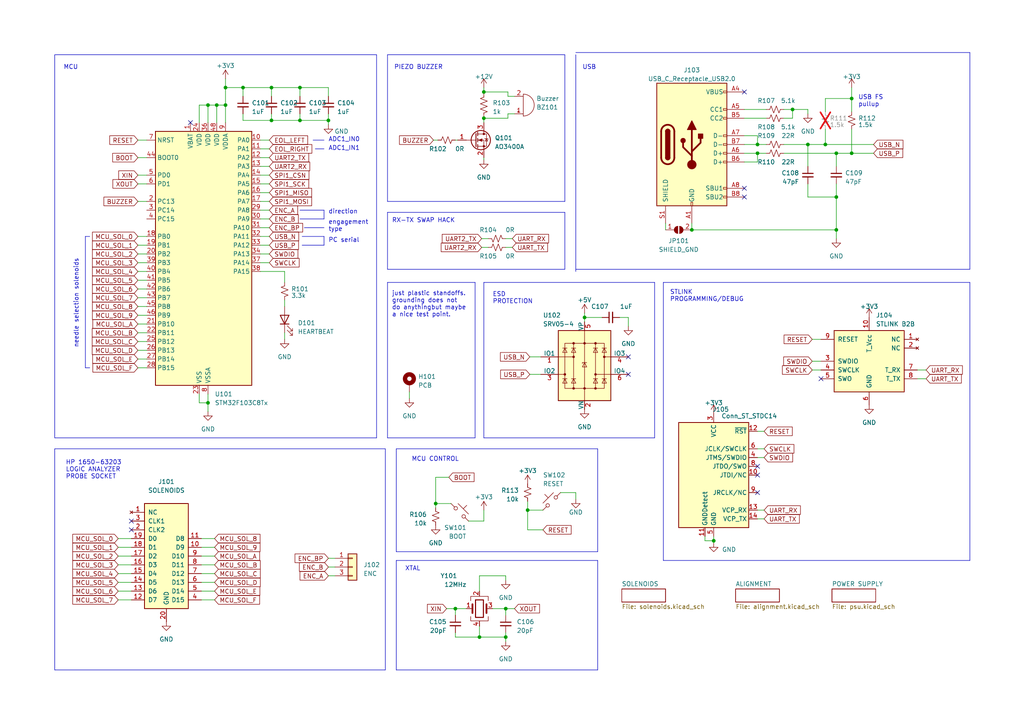
<source format=kicad_sch>
(kicad_sch (version 20230121) (generator eeschema)
  (paper "A4")
  (title_block (title "MCU & PERIPHERALS") (date "2023-04-16") (rev "1.0") (company "matei repair lab"))
  (junction (at 219.71 44.45))
  (junction (at 140.335 26.67))
  (junction (at 60.325 30.48))
  (junction (at 169.545 92.075))
  (junction (at 78.74 34.925))
  (junction (at 207.01 156.845))
  (junction (at 78.74 25.4))
  (junction (at 140.335 34.29))
  (junction (at 132.08 176.53))
  (junction (at 153.035 147.955))
  (junction (at 62.865 30.48))
  (junction (at 139.065 184.785))
  (junction (at 229.87 31.75))
  (junction (at 247.015 44.45))
  (junction (at 65.405 30.48))
  (junction (at 60.325 116.84))
  (junction (at 247.015 28.575))
  (junction (at 95.25 34.925))
  (junction (at 242.57 57.15))
  (junction (at 70.485 25.4))
  (junction (at 126.365 146.05))
  (junction (at 234.315 41.91))
  (junction (at 65.405 25.4))
  (junction (at 239.395 41.91))
  (junction (at 146.685 184.785))
  (junction (at 86.995 34.925))
  (junction (at 200.66 66.675))
  (junction (at 86.995 25.4))
  (junction (at 242.57 44.45))
  (junction (at 242.57 66.675))
  (junction (at 146.685 176.53))
  (junction (at 219.71 41.91))
  (no_connect (at 215.9 57.15))
  (no_connect (at 215.9 26.67))
  (no_connect (at 182.245 108.585))
  (no_connect (at 219.71 135.255))
  (no_connect (at 219.71 137.795))
  (no_connect (at 215.9 54.61))
  (no_connect (at 38.1 153.67))
  (no_connect (at 219.71 142.875))
  (no_connect (at 38.1 151.13))
  (no_connect (at 55.245 35.56))
  (no_connect (at 238.125 109.855))
  (no_connect (at 182.245 103.505))
  (wire (pts (xy 75.565 43.18) (xy 78.105 43.18)))
  (wire (pts (xy 34.29 171.45) (xy 38.1 171.45)))
  (wire (pts (xy 132.08 184.785) (xy 139.065 184.785)))
  (wire (pts (xy 118.745 113.665) (xy 118.745 115.57)))
  (wire (pts (xy 75.565 60.96) (xy 78.105 60.96)))
  (wire (pts (xy 40.005 104.14) (xy 42.545 104.14)))
  (polyline (pts (xy 24.765 68.58) (xy 24.765 106.68)))
  (wire (pts (xy 75.565 48.26) (xy 78.105 48.26)))
  (wire (pts (xy 70.485 25.4) (xy 78.74 25.4)))
  (wire (pts (xy 219.71 130.175) (xy 221.615 130.175)))
  (wire (pts (xy 219.71 46.99) (xy 219.71 44.45)))
  (wire (pts (xy 75.565 63.5) (xy 78.105 63.5)))
  (polyline (pts (xy 24.765 106.68) (xy 26.035 106.68)))
  (polyline (pts (xy 15.875 194.31) (xy 111.76 194.31)))
  (wire (pts (xy 78.74 33.02) (xy 78.74 34.925)))
  (wire (pts (xy 179.705 92.075) (xy 182.245 92.075)))
  (wire (pts (xy 153.035 153.67) (xy 153.035 147.955)))
  (wire (pts (xy 75.565 45.72) (xy 78.105 45.72)))
  (wire (pts (xy 139.065 171.45) (xy 139.065 167.005)))
  (wire (pts (xy 78.74 34.925) (xy 86.995 34.925)))
  (wire (pts (xy 167.005 142.875) (xy 167.005 144.78)))
  (polyline (pts (xy 114.935 160.02) (xy 173.355 160.02)))
  (wire (pts (xy 86.995 25.4) (xy 86.995 27.94)))
  (wire (pts (xy 247.015 44.45) (xy 253.365 44.45)))
  (wire (pts (xy 239.395 41.91) (xy 239.395 37.465)))
  (polyline (pts (xy 87.63 68.58) (xy 93.98 68.58)))
  (polyline (pts (xy 189.865 127) (xy 189.865 81.915)))
  (wire (pts (xy 40.005 78.74) (xy 42.545 78.74)))
  (wire (pts (xy 40.005 76.2) (xy 42.545 76.2)))
  (wire (pts (xy 65.405 25.4) (xy 70.485 25.4)))
  (wire (pts (xy 200.66 66.675) (xy 242.57 66.675)))
  (wire (pts (xy 235.585 104.775) (xy 238.125 104.775)))
  (polyline (pts (xy 93.98 60.96) (xy 93.98 63.5)))
  (wire (pts (xy 242.57 66.675) (xy 242.57 69.215)))
  (wire (pts (xy 75.565 53.34) (xy 78.105 53.34)))
  (wire (pts (xy 234.315 31.75) (xy 234.315 33.02)))
  (wire (pts (xy 75.565 68.58) (xy 78.105 68.58)))
  (wire (pts (xy 40.005 40.64) (xy 42.545 40.64)))
  (wire (pts (xy 132.08 183.515) (xy 132.08 184.785)))
  (polyline (pts (xy 140.335 127) (xy 189.865 127)))
  (wire (pts (xy 266.065 109.855) (xy 268.605 109.855)))
  (wire (pts (xy 40.005 88.9) (xy 42.545 88.9)))
  (wire (pts (xy 182.245 92.075) (xy 182.245 94.615)))
  (polyline (pts (xy 26.035 68.58) (xy 24.765 68.58)))
  (wire (pts (xy 204.47 156.845) (xy 207.01 156.845)))
  (wire (pts (xy 95.25 161.925) (xy 97.155 161.925)))
  (polyline (pts (xy 15.875 130.175) (xy 111.76 130.175)))
  (polyline (pts (xy 112.395 127) (xy 137.795 127)))
  (wire (pts (xy 219.71 150.495) (xy 221.615 150.495)))
  (wire (pts (xy 60.325 116.84) (xy 60.325 119.38)))
  (polyline (pts (xy 114.935 162.56) (xy 173.355 162.56)))
  (wire (pts (xy 142.875 176.53) (xy 146.685 176.53)))
  (polyline (pts (xy 91.44 43.18) (xy 93.98 43.18)))
  (polyline (pts (xy 167.005 15.875) (xy 167.005 78.74)))
  (wire (pts (xy 40.005 83.82) (xy 42.545 83.82)))
  (wire (pts (xy 242.57 53.34) (xy 242.57 57.15)))
  (wire (pts (xy 58.42 163.83) (xy 62.23 163.83)))
  (wire (pts (xy 125.73 40.64) (xy 127 40.64)))
  (polyline (pts (xy 167.005 78.105) (xy 281.305 78.105)))
  (wire (pts (xy 219.71 132.715) (xy 221.615 132.715)))
  (wire (pts (xy 129.54 176.53) (xy 132.08 176.53)))
  (wire (pts (xy 34.29 173.99) (xy 38.1 173.99)))
  (wire (pts (xy 82.55 86.995) (xy 82.55 88.9)))
  (wire (pts (xy 130.175 138.43) (xy 126.365 138.43)))
  (polyline (pts (xy 111.76 194.31) (xy 111.76 130.175)))
  (wire (pts (xy 86.995 25.4) (xy 95.25 25.4)))
  (wire (pts (xy 58.42 166.37) (xy 62.23 166.37)))
  (wire (pts (xy 162.56 142.875) (xy 167.005 142.875)))
  (polyline (pts (xy 163.83 58.42) (xy 163.83 15.875)))
  (polyline (pts (xy 281.305 78.105) (xy 281.305 15.24)))
  (polyline (pts (xy 87.63 71.12) (xy 93.98 71.12)))
  (wire (pts (xy 65.405 30.48) (xy 65.405 35.56)))
  (wire (pts (xy 227.33 34.29) (xy 229.87 34.29)))
  (wire (pts (xy 34.29 163.83) (xy 38.1 163.83)))
  (polyline (pts (xy 112.395 81.915) (xy 137.795 81.915)))
  (wire (pts (xy 58.42 171.45) (xy 62.23 171.45)))
  (wire (pts (xy 146.685 183.515) (xy 146.685 184.785)))
  (wire (pts (xy 215.9 41.91) (xy 219.71 41.91)))
  (wire (pts (xy 57.785 35.56) (xy 57.785 30.48)))
  (wire (pts (xy 219.71 44.45) (xy 222.25 44.45)))
  (wire (pts (xy 62.865 30.48) (xy 65.405 30.48)))
  (wire (pts (xy 60.325 114.3) (xy 60.325 116.84)))
  (wire (pts (xy 153.67 103.505) (xy 156.845 103.505)))
  (polyline (pts (xy 114.935 162.56) (xy 114.935 194.31)))
  (wire (pts (xy 266.065 107.315) (xy 268.605 107.315)))
  (wire (pts (xy 147.32 33.02) (xy 149.225 33.02)))
  (wire (pts (xy 139.065 167.005) (xy 146.685 167.005)))
  (polyline (pts (xy 112.395 81.915) (xy 112.395 127)))
  (polyline (pts (xy 93.98 68.58) (xy 93.98 71.12)))
  (wire (pts (xy 227.33 31.75) (xy 229.87 31.75)))
  (wire (pts (xy 34.29 158.75) (xy 38.1 158.75)))
  (wire (pts (xy 169.545 90.805) (xy 169.545 92.075)))
  (wire (pts (xy 153.035 147.955) (xy 157.48 147.955)))
  (wire (pts (xy 82.55 96.52) (xy 82.55 98.425)))
  (wire (pts (xy 75.565 76.2) (xy 78.105 76.2)))
  (wire (pts (xy 146.685 176.53) (xy 146.685 178.435)))
  (wire (pts (xy 40.005 68.58) (xy 42.545 68.58)))
  (wire (pts (xy 34.29 166.37) (xy 38.1 166.37)))
  (wire (pts (xy 75.565 73.66) (xy 78.105 73.66)))
  (polyline (pts (xy 114.935 194.31) (xy 173.355 194.31)))
  (wire (pts (xy 139.065 184.785) (xy 146.685 184.785)))
  (polyline (pts (xy 89.535 66.04) (xy 93.98 66.04)))
  (wire (pts (xy 75.565 40.64) (xy 78.105 40.64)))
  (wire (pts (xy 40.005 81.28) (xy 42.545 81.28)))
  (wire (pts (xy 40.005 50.8) (xy 42.545 50.8)))
  (wire (pts (xy 239.395 28.575) (xy 247.015 28.575)))
  (wire (pts (xy 57.785 30.48) (xy 60.325 30.48)))
  (wire (pts (xy 34.29 168.91) (xy 38.1 168.91)))
  (wire (pts (xy 135.89 151.13) (xy 140.335 151.13)))
  (wire (pts (xy 58.42 161.29) (xy 62.23 161.29)))
  (wire (pts (xy 70.485 33.02) (xy 70.485 34.925)))
  (polyline (pts (xy 140.335 81.915) (xy 140.335 127)))
  (polyline (pts (xy 167.005 15.24) (xy 281.305 15.24)))
  (wire (pts (xy 40.005 73.66) (xy 42.545 73.66)))
  (wire (pts (xy 219.71 125.095) (xy 221.615 125.095)))
  (wire (pts (xy 234.315 41.91) (xy 239.395 41.91)))
  (wire (pts (xy 207.01 155.575) (xy 207.01 156.845)))
  (wire (pts (xy 215.9 34.29) (xy 222.25 34.29)))
  (polyline (pts (xy 86.995 60.96) (xy 93.98 60.96)))
  (wire (pts (xy 215.9 39.37) (xy 219.71 39.37)))
  (wire (pts (xy 126.365 146.05) (xy 130.81 146.05)))
  (wire (pts (xy 140.335 34.29) (xy 147.32 34.29)))
  (wire (pts (xy 40.005 93.98) (xy 42.545 93.98)))
  (polyline (pts (xy 86.995 63.5) (xy 93.98 63.5)))
  (wire (pts (xy 95.25 167.005) (xy 97.155 167.005)))
  (wire (pts (xy 146.685 167.005) (xy 146.685 168.275)))
  (wire (pts (xy 153.67 108.585) (xy 156.845 108.585)))
  (wire (pts (xy 132.08 176.53) (xy 132.08 178.435)))
  (wire (pts (xy 215.9 46.99) (xy 219.71 46.99)))
  (wire (pts (xy 229.87 34.29) (xy 229.87 31.75)))
  (wire (pts (xy 147.32 27.94) (xy 147.32 26.67)))
  (wire (pts (xy 139.065 181.61) (xy 139.065 184.785)))
  (wire (pts (xy 126.365 138.43) (xy 126.365 146.05)))
  (wire (pts (xy 82.55 78.74) (xy 82.55 81.915)))
  (wire (pts (xy 58.42 168.91) (xy 62.23 168.91)))
  (wire (pts (xy 40.005 99.06) (xy 42.545 99.06)))
  (polyline (pts (xy 112.395 15.875) (xy 112.395 58.42)))
  (wire (pts (xy 95.25 164.465) (xy 97.155 164.465)))
  (polyline (pts (xy 114.935 130.175) (xy 173.355 130.175)))
  (wire (pts (xy 75.565 71.12) (xy 78.105 71.12)))
  (wire (pts (xy 40.005 106.68) (xy 42.545 106.68)))
  (wire (pts (xy 235.585 107.315) (xy 238.125 107.315)))
  (wire (pts (xy 70.485 34.925) (xy 78.74 34.925)))
  (wire (pts (xy 215.9 44.45) (xy 219.71 44.45)))
  (wire (pts (xy 140.335 46.355) (xy 140.335 45.72)))
  (wire (pts (xy 227.33 41.91) (xy 234.315 41.91)))
  (polyline (pts (xy 192.405 162.56) (xy 281.305 162.56)))
  (wire (pts (xy 242.57 44.45) (xy 242.57 48.26)))
  (wire (pts (xy 75.565 55.88) (xy 78.105 55.88)))
  (wire (pts (xy 58.42 158.75) (xy 62.23 158.75)))
  (polyline (pts (xy 109.22 127) (xy 109.22 15.875)))
  (wire (pts (xy 86.995 34.925) (xy 95.25 34.925)))
  (wire (pts (xy 153.035 145.415) (xy 153.035 147.955)))
  (wire (pts (xy 58.42 156.21) (xy 62.23 156.21)))
  (wire (pts (xy 234.315 57.15) (xy 242.57 57.15)))
  (wire (pts (xy 60.325 35.56) (xy 60.325 30.48)))
  (wire (pts (xy 70.485 25.4) (xy 70.485 27.94)))
  (polyline (pts (xy 137.795 127) (xy 137.795 81.915)))
  (wire (pts (xy 140.335 25.4) (xy 140.335 26.67)))
  (wire (pts (xy 58.42 173.99) (xy 62.23 173.99)))
  (wire (pts (xy 229.87 31.75) (xy 234.315 31.75)))
  (wire (pts (xy 40.005 91.44) (xy 42.545 91.44)))
  (wire (pts (xy 139.7 71.755) (xy 141.605 71.755)))
  (wire (pts (xy 146.685 69.215) (xy 148.59 69.215)))
  (wire (pts (xy 62.865 35.56) (xy 62.865 30.48)))
  (wire (pts (xy 132.08 40.64) (xy 132.715 40.64)))
  (wire (pts (xy 75.565 66.04) (xy 78.105 66.04)))
  (wire (pts (xy 193.04 64.77) (xy 193.04 66.675)))
  (polyline (pts (xy 112.395 61.595) (xy 163.83 61.595)))
  (wire (pts (xy 140.335 34.29) (xy 140.335 35.56)))
  (polyline (pts (xy 140.335 81.915) (xy 189.865 81.915)))
  (wire (pts (xy 219.71 147.955) (xy 221.615 147.955)))
  (wire (pts (xy 146.685 71.755) (xy 148.59 71.755)))
  (polyline (pts (xy 114.935 130.175) (xy 114.935 160.02)))
  (wire (pts (xy 65.405 25.4) (xy 65.405 30.48)))
  (wire (pts (xy 95.25 34.925) (xy 95.25 36.195)))
  (wire (pts (xy 219.71 39.37) (xy 219.71 41.91)))
  (polyline (pts (xy 173.355 160.02) (xy 173.355 130.175)))
  (polyline (pts (xy 15.875 127) (xy 109.22 127)))
  (wire (pts (xy 215.9 31.75) (xy 222.25 31.75)))
  (wire (pts (xy 34.29 161.29) (xy 38.1 161.29)))
  (wire (pts (xy 169.545 92.075) (xy 174.625 92.075)))
  (polyline (pts (xy 192.405 81.915) (xy 192.405 162.56)))
  (wire (pts (xy 139.7 69.215) (xy 141.605 69.215)))
  (wire (pts (xy 242.57 44.45) (xy 247.015 44.45)))
  (wire (pts (xy 86.995 33.02) (xy 86.995 34.925)))
  (wire (pts (xy 78.74 25.4) (xy 86.995 25.4)))
  (wire (pts (xy 78.74 25.4) (xy 78.74 27.94)))
  (wire (pts (xy 147.32 26.67) (xy 140.335 26.67)))
  (wire (pts (xy 95.25 25.4) (xy 95.25 27.94)))
  (wire (pts (xy 207.01 156.845) (xy 207.01 157.48)))
  (wire (pts (xy 65.405 22.86) (xy 65.405 25.4)))
  (wire (pts (xy 57.785 114.3) (xy 57.785 116.84)))
  (wire (pts (xy 147.32 27.94) (xy 149.225 27.94)))
  (polyline (pts (xy 163.83 78.105) (xy 163.83 61.595)))
  (polyline (pts (xy 112.395 58.42) (xy 163.83 58.42)))
  (wire (pts (xy 126.365 146.05) (xy 126.365 147.32)))
  (polyline (pts (xy 192.405 81.915) (xy 281.305 81.915)))
  (wire (pts (xy 57.785 116.84) (xy 60.325 116.84)))
  (polyline (pts (xy 88.265 66.04) (xy 89.535 66.04)))
  (polyline (pts (xy 112.395 61.595) (xy 112.395 78.105)))
  (wire (pts (xy 40.005 101.6) (xy 42.545 101.6)))
  (wire (pts (xy 235.585 98.425) (xy 238.125 98.425)))
  (wire (pts (xy 219.71 41.91) (xy 222.25 41.91)))
  (wire (pts (xy 227.33 44.45) (xy 242.57 44.45)))
  (wire (pts (xy 40.005 71.12) (xy 42.545 71.12)))
  (wire (pts (xy 247.015 25.4) (xy 247.015 28.575)))
  (polyline (pts (xy 112.395 78.105) (xy 163.83 78.105)))
  (wire (pts (xy 200.66 64.77) (xy 200.66 66.675)))
  (wire (pts (xy 140.335 151.13) (xy 140.335 147.955)))
  (wire (pts (xy 234.315 41.91) (xy 234.315 48.26)))
  (wire (pts (xy 40.005 53.34) (xy 42.545 53.34)))
  (polyline (pts (xy 112.395 15.875) (xy 163.83 15.875)))
  (polyline (pts (xy 15.875 15.875) (xy 109.22 15.875)))
  (polyline (pts (xy 15.875 130.175) (xy 15.875 194.31)))
  (wire (pts (xy 146.685 176.53) (xy 149.225 176.53)))
  (wire (pts (xy 242.57 57.15) (xy 242.57 66.675)))
  (wire (pts (xy 75.565 78.74) (xy 82.55 78.74)))
  (wire (pts (xy 234.315 53.34) (xy 234.315 57.15)))
  (wire (pts (xy 169.545 92.075) (xy 169.545 93.345)))
  (wire (pts (xy 146.685 184.785) (xy 146.685 186.055)))
  (wire (pts (xy 95.25 33.02) (xy 95.25 34.925)))
  (wire (pts (xy 40.005 45.72) (xy 42.545 45.72)))
  (wire (pts (xy 60.325 30.48) (xy 62.865 30.48)))
  (wire (pts (xy 40.005 96.52) (xy 42.545 96.52)))
  (wire (pts (xy 239.395 32.385) (xy 239.395 28.575)))
  (wire (pts (xy 135.255 176.53) (xy 132.08 176.53)))
  (polyline (pts (xy 281.305 162.56) (xy 281.305 81.915)))
  (wire (pts (xy 204.47 155.575) (xy 204.47 156.845)))
  (wire (pts (xy 247.015 37.465) (xy 247.015 44.45)))
  (wire (pts (xy 147.32 34.29) (xy 147.32 33.02)))
  (polyline (pts (xy 173.355 194.31) (xy 173.355 162.56)))
  (polyline (pts (xy 15.875 15.875) (xy 15.875 127)))
  (wire (pts (xy 157.48 153.67) (xy 153.035 153.67)))
  (wire (pts (xy 239.395 41.91) (xy 253.365 41.91)))
  (wire (pts (xy 40.005 58.42) (xy 42.545 58.42)))
  (wire (pts (xy 75.565 50.8) (xy 78.105 50.8)))
  (wire (pts (xy 40.005 86.36) (xy 42.545 86.36)))
  (wire (pts (xy 247.015 28.575) (xy 247.015 32.385)))
  (wire (pts (xy 34.29 156.21) (xy 38.1 156.21)))
  (polyline (pts (xy 90.805 40.64) (xy 93.98 40.64)))
  (wire (pts (xy 75.565 58.42) (xy 78.105 58.42)))
  (text "MCU CONTROL" (at 119.38 133.985 0) (effects (font (size 1.27 1.27)) (justify left bottom)))
  (text "direction" (at 95.25 62.23 0) (effects (font (size 1.27 1.27)) (justify left bottom)))
  (text "USB" (at 168.91 20.32 0) (effects (font (size 1.27 1.27)) (justify left bottom)))
  (text "PC serial" (at 95.25 70.485 0) (effects (font (size 1.27 1.27)) (justify left bottom)))
  (text "USB FS\npullup" (at 248.92 31.115 0) (effects (font (size 1.27 1.27)) (justify left bottom)))
  (text "ADC1_IN1" (at 95.25 43.815 0) (effects (font (size 1.27 1.27)) (justify left bottom)))
  (text "ESD\nPROTECTION" (at 142.875 88.265 0) (effects (font (size 1.27 1.27)) (justify left bottom)))
  (text "MCU" (at 18.415 20.32 0) (effects (font (size 1.27 1.27)) (justify left bottom)))
  (text "ADC1_IN0" (at 95.25 41.275 0) (effects (font (size 1.27 1.27)) (justify left bottom)))
  (text "RX-TX SWAP HACK" (at 113.665 64.77 0) (effects (font (size 1.27 1.27)) (justify left bottom)))
  (text "HP 1650-63203\nLOGIC ANALYZER\nPROBE SOCKET" (at 19.05 139.065 0) (effects (font (size 1.27 1.27)) (justify left bottom)))
  (text "PIEZO BUZZER" (at 114.3 20.32 0) (effects (font (size 1.27 1.27)) (justify left bottom)))
  (text "just plastic standoffs.\ngrounding does not \ndo anythingbut maybe \na nice test point." (at 113.665 92.075 0) (effects (font (size 1.27 1.27)) (justify left bottom)))
  (text "engagement\ntype\n" (at 95.25 67.31 0) (effects (font (size 1.27 1.27)) (justify left bottom)))
  (text "STLINK\nPROGRAMMING/DEBUG" (at 194.31 87.63 0) (effects (font (size 1.27 1.27)) (justify left bottom)))
  (text "needle selection solenoids" (at 22.86 100.965 90) (effects (font (size 1.27 1.27)) (justify left bottom)))
  (text "XTAL" (at 117.475 165.735 0) (effects (font (size 1.27 1.27)) (justify left bottom)))
  (global_label "MCU_SOL_4" (shape input) (at 40.005 78.74 180) (property "Intersheetrefs" "${INTERSHEET_REFS}" (effects hide)))
  (global_label "MCU_SOL_9" (shape input) (at 40.005 91.44 180) (property "Intersheetrefs" "${INTERSHEET_REFS}" (effects hide)))
  (global_label "UART2_RX" (shape input) (at 78.105 48.26 0) (property "Intersheetrefs" "${INTERSHEET_REFS}" (effects hide)))
  (global_label "SPI1_MOSI" (shape input) (at 78.105 58.42 0) (property "Intersheetrefs" "${INTERSHEET_REFS}" (effects hide)))
  (global_label "SPI1_CSN" (shape input) (at 78.105 50.8 0) (property "Intersheetrefs" "${INTERSHEET_REFS}" (effects hide)))
  (global_label "UART_RX" (shape input) (at 268.605 107.315 0) (property "Intersheetrefs" "${INTERSHEET_REFS}" (effects hide)))
  (global_label "MCU_SOL_2" (shape input) (at 40.005 73.66 180) (property "Intersheetrefs" "${INTERSHEET_REFS}" (effects hide)))
  (global_label "MCU_SOL_2" (shape input) (at 34.29 161.29 180) (property "Intersheetrefs" "${INTERSHEET_REFS}" (effects hide)))
  (global_label "MCU_SOL_7" (shape input) (at 40.005 86.36 180) (property "Intersheetrefs" "${INTERSHEET_REFS}" (effects hide)))
  (global_label "RESET" (shape input) (at 221.615 125.095 0) (property "Intersheetrefs" "${INTERSHEET_REFS}" (effects hide)))
  (global_label "UART2_TX" (shape input) (at 139.7 69.215 180) (property "Intersheetrefs" "${INTERSHEET_REFS}" (effects hide)))
  (global_label "RESET" (shape input) (at 235.585 98.425 180) (property "Intersheetrefs" "${INTERSHEET_REFS}" (effects hide)))
  (global_label "XOUT" (shape input) (at 149.225 176.53 0) (property "Intersheetrefs" "${INTERSHEET_REFS}" (effects hide)))
  (global_label "MCU_SOL_B" (shape input) (at 62.23 163.83 0) (property "Intersheetrefs" "${INTERSHEET_REFS}" (effects hide)))
  (global_label "SWDIO" (shape input) (at 78.105 73.66 0) (property "Intersheetrefs" "${INTERSHEET_REFS}" (effects hide)))
  (global_label "ENC_B" (shape input) (at 95.25 164.465 180) (property "Intersheetrefs" "${INTERSHEET_REFS}" (effects hide)))
  (global_label "ENC_BP" (shape input) (at 78.105 66.04 0) (property "Intersheetrefs" "${INTERSHEET_REFS}" (effects hide)))
  (global_label "BUZZER" (shape input) (at 125.73 40.64 180) (property "Intersheetrefs" "${INTERSHEET_REFS}" (effects hide)))
  (global_label "MCU_SOL_0" (shape input) (at 40.005 68.58 180) (property "Intersheetrefs" "${INTERSHEET_REFS}" (effects hide)))
  (global_label "XIN" (shape input) (at 129.54 176.53 180) (property "Intersheetrefs" "${INTERSHEET_REFS}" (effects hide)))
  (global_label "MCU_SOL_8" (shape input) (at 40.005 88.9 180) (property "Intersheetrefs" "${INTERSHEET_REFS}" (effects hide)))
  (global_label "MCU_SOL_6" (shape input) (at 34.29 171.45 180) (property "Intersheetrefs" "${INTERSHEET_REFS}" (effects hide)))
  (global_label "MCU_SOL_1" (shape input) (at 34.29 158.75 180) (property "Intersheetrefs" "${INTERSHEET_REFS}" (effects hide)))
  (global_label "RESET" (shape input) (at 157.48 153.67 0) (property "Intersheetrefs" "${INTERSHEET_REFS}" (effects hide)))
  (global_label "UART_TX" (shape input) (at 268.605 109.855 0) (property "Intersheetrefs" "${INTERSHEET_REFS}" (effects hide)))
  (global_label "USB_P" (shape input) (at 253.365 44.45 0) (property "Intersheetrefs" "${INTERSHEET_REFS}" (effects hide)))
  (global_label "BOOT" (shape input) (at 130.175 138.43 0) (property "Intersheetrefs" "${INTERSHEET_REFS}" (effects hide)))
  (global_label "UART2_RX" (shape input) (at 139.7 71.755 180) (property "Intersheetrefs" "${INTERSHEET_REFS}" (effects hide)))
  (global_label "MCU_SOL_5" (shape input) (at 34.29 168.91 180) (property "Intersheetrefs" "${INTERSHEET_REFS}" (effects hide)))
  (global_label "MCU_SOL_9" (shape input) (at 62.23 158.75 0) (property "Intersheetrefs" "${INTERSHEET_REFS}" (effects hide)))
  (global_label "MCU_SOL_E" (shape input) (at 62.23 171.45 0) (property "Intersheetrefs" "${INTERSHEET_REFS}" (effects hide)))
  (global_label "MCU_SOL_A" (shape input) (at 40.005 93.98 180) (property "Intersheetrefs" "${INTERSHEET_REFS}" (effects hide)))
  (global_label "MCU_SOL_3" (shape input) (at 40.005 76.2 180) (property "Intersheetrefs" "${INTERSHEET_REFS}" (effects hide)))
  (global_label "ENC_BP" (shape input) (at 95.25 161.925 180) (property "Intersheetrefs" "${INTERSHEET_REFS}" (effects hide)))
  (global_label "USB_P" (shape input) (at 153.67 108.585 180) (property "Intersheetrefs" "${INTERSHEET_REFS}" (effects hide)))
  (global_label "MCU_SOL_8" (shape input) (at 62.23 156.21 0) (property "Intersheetrefs" "${INTERSHEET_REFS}" (effects hide)))
  (global_label "MCU_SOL_C" (shape input) (at 62.23 166.37 0) (property "Intersheetrefs" "${INTERSHEET_REFS}" (effects hide)))
  (global_label "SPI1_SCK" (shape input) (at 78.105 53.34 0) (property "Intersheetrefs" "${INTERSHEET_REFS}" (effects hide)))
  (global_label "USB_N" (shape input) (at 78.105 68.58 0) (property "Intersheetrefs" "${INTERSHEET_REFS}" (effects hide)))
  (global_label "BUZZER" (shape input) (at 40.005 58.42 180) (property "Intersheetrefs" "${INTERSHEET_REFS}" (effects hide)))
  (global_label "UART2_TX" (shape input) (at 78.105 45.72 0) (property "Intersheetrefs" "${INTERSHEET_REFS}" (effects hide)))
  (global_label "UART_RX" (shape input) (at 148.59 69.215 0) (property "Intersheetrefs" "${INTERSHEET_REFS}" (effects hide)))
  (global_label "MCU_SOL_5" (shape input) (at 40.005 81.28 180) (property "Intersheetrefs" "${INTERSHEET_REFS}" (effects hide)))
  (global_label "USB_P" (shape input) (at 78.105 71.12 0) (property "Intersheetrefs" "${INTERSHEET_REFS}" (effects hide)))
  (global_label "MCU_SOL_D" (shape input) (at 40.005 101.6 180) (property "Intersheetrefs" "${INTERSHEET_REFS}" (effects hide)))
  (global_label "MCU_SOL_3" (shape input) (at 34.29 163.83 180) (property "Intersheetrefs" "${INTERSHEET_REFS}" (effects hide)))
  (global_label "MCU_SOL_1" (shape input) (at 40.005 71.12 180) (property "Intersheetrefs" "${INTERSHEET_REFS}" (effects hide)))
  (global_label "USB_N" (shape input) (at 153.67 103.505 180) (property "Intersheetrefs" "${INTERSHEET_REFS}" (effects hide)))
  (global_label "EOL_RIGHT" (shape input) (at 78.105 43.18 0) (property "Intersheetrefs" "${INTERSHEET_REFS}" (effects hide)))
  (global_label "BOOT" (shape input) (at 40.005 45.72 180) (property "Intersheetrefs" "${INTERSHEET_REFS}" (effects hide)))
  (global_label "XIN" (shape input) (at 40.005 50.8 180) (property "Intersheetrefs" "${INTERSHEET_REFS}" (effects hide)))
  (global_label "MCU_SOL_E" (shape input) (at 40.005 104.14 180) (property "Intersheetrefs" "${INTERSHEET_REFS}" (effects hide)))
  (global_label "SWCLK" (shape input) (at 221.615 130.175 0) (property "Intersheetrefs" "${INTERSHEET_REFS}" (effects hide)))
  (global_label "MCU_SOL_F" (shape input) (at 40.005 106.68 180) (property "Intersheetrefs" "${INTERSHEET_REFS}" (effects hide)))
  (global_label "MCU_SOL_0" (shape input) (at 34.29 156.21 180) (property "Intersheetrefs" "${INTERSHEET_REFS}" (effects hide)))
  (global_label "ENC_A" (shape input) (at 78.105 60.96 0) (property "Intersheetrefs" "${INTERSHEET_REFS}" (effects hide)))
  (global_label "MCU_SOL_7" (shape input) (at 34.29 173.99 180) (property "Intersheetrefs" "${INTERSHEET_REFS}" (effects hide)))
  (global_label "UART_TX" (shape input) (at 221.615 150.495 0) (property "Intersheetrefs" "${INTERSHEET_REFS}" (effects hide)))
  (global_label "SPI1_MISO" (shape input) (at 78.105 55.88 0) (property "Intersheetrefs" "${INTERSHEET_REFS}" (effects hide)))
  (global_label "MCU_SOL_D" (shape input) (at 62.23 168.91 0) (property "Intersheetrefs" "${INTERSHEET_REFS}" (effects hide)))
  (global_label "UART_TX" (shape input) (at 148.59 71.755 0) (property "Intersheetrefs" "${INTERSHEET_REFS}" (effects hide)))
  (global_label "MCU_SOL_F" (shape input) (at 62.23 173.99 0) (property "Intersheetrefs" "${INTERSHEET_REFS}" (effects hide)))
  (global_label "ENC_A" (shape input) (at 95.25 167.005 180) (property "Intersheetrefs" "${INTERSHEET_REFS}" (effects hide)))
  (global_label "MCU_SOL_B" (shape input) (at 40.005 96.52 180) (property "Intersheetrefs" "${INTERSHEET_REFS}" (effects hide)))
  (global_label "UART_RX" (shape input) (at 221.615 147.955 0) (property "Intersheetrefs" "${INTERSHEET_REFS}" (effects hide)))
  (global_label "SWCLK" (shape input) (at 78.105 76.2 0) (property "Intersheetrefs" "${INTERSHEET_REFS}" (effects hide)))
  (global_label "XOUT" (shape input) (at 40.005 53.34 180) (property "Intersheetrefs" "${INTERSHEET_REFS}" (effects hide)))
  (global_label "EOL_LEFT" (shape input) (at 78.105 40.64 0) (property "Intersheetrefs" "${INTERSHEET_REFS}" (effects hide)))
  (global_label "SWCLK" (shape input) (at 235.585 107.315 180) (property "Intersheetrefs" "${INTERSHEET_REFS}" (effects hide)))
  (global_label "MCU_SOL_C" (shape input) (at 40.005 99.06 180) (property "Intersheetrefs" "${INTERSHEET_REFS}" (effects hide)))
  (global_label "USB_N" (shape input) (at 253.365 41.91 0) (property "Intersheetrefs" "${INTERSHEET_REFS}" (effects hide)))
  (global_label "ENC_B" (shape input) (at 78.105 63.5 0) (property "Intersheetrefs" "${INTERSHEET_REFS}" (effects hide)))
  (global_label "MCU_SOL_A" (shape input) (at 62.23 161.29 0) (property "Intersheetrefs" "${INTERSHEET_REFS}" (effects hide)))
  (global_label "MCU_SOL_6" (shape input) (at 40.005 83.82 180) (property "Intersheetrefs" "${INTERSHEET_REFS}" (effects hide)))
  (global_label "SWDIO" (shape input) (at 235.585 104.775 180) (property "Intersheetrefs" "${INTERSHEET_REFS}" (effects hide)))
  (global_label "MCU_SOL_4" (shape input) (at 34.29 166.37 180) (property "Intersheetrefs" "${INTERSHEET_REFS}" (effects hide)))
  (global_label "RESET" (shape input) (at 40.005 40.64 180) (property "Intersheetrefs" "${INTERSHEET_REFS}" (effects hide)))
  (global_label "SWDIO" (shape input) (at 221.615 132.715 0) (property "Intersheetrefs" "${INTERSHEET_REFS}" (effects hide)))
  (symbol (lib_id "power:+5V") (at 169.545 90.805 0) (unit 1)
    (property "Reference" "#PWR0110" (effects hide))
    (property "Value" "+5V" (at 169.545 86.995 0))
  )
  (symbol (lib_id "Switch:SW_Push_45deg") (at 160.02 145.415 90) (unit 1)
    (property "Reference" "SW102" (at 157.48 137.795 90) (effects (justify right)))
    (property "Value" "RESET" (at 157.48 140.335 90) (effects (justify right)))
    (property "Footprint" "matei:TS-1187A-B-A-B" (effects hide))
  )
  (symbol (lib_id "Connector_Generic:Conn_01x03") (at 102.235 164.465 0) (unit 1) (in_bom no)
    (property "Reference" "J102" (at 105.41 163.83 0) (effects (justify left)))
    (property "Value" "ENC" (at 105.41 166.37 0) (effects (justify left)))
    (property "Footprint" "Connector_PinHeader_2.54mm:PinHeader_1x03_P2.54mm_Vertical" (effects hide))
  )
  (symbol (lib_id "Device:R_Small_US") (at 224.79 44.45 270) (unit 1)
    (property "Reference" "R110" (at 222.25 46.99 90))
    (property "Value" "22R" (at 228.6 46.99 90))
    (property "Footprint" "Resistor_SMD:R_0603_1608Metric" (effects hide))
  )
  (symbol (lib_id "Connector:USB_C_Receptacle_USB2.0") (at 200.66 41.91 0) (unit 1)
    (property "Reference" "J103" (at 200.66 20.32 0))
    (property "Value" "USB_C_Receptacle_USB2.0" (at 200.66 22.86 0))
    (property "Footprint" "Connector_USB:USB_C_Receptacle_HRO_TYPE-C-31-M-12" (effects hide))
    (property "Datasheet" "https://www.usb.org/sites/default/files/documents/usb_type-c.zip" (effects hide))
  )
  (symbol (lib_id "power:+3V3") (at 140.335 147.955 0) (unit 1)
    (property "Reference" "#PWR0117" (effects hide))
    (property "Value" "+3V3" (at 140.335 144.145 0))
  )
  (symbol (lib_id "Device:C_Small") (at 70.485 30.48 0) (unit 1)
    (property "Reference" "C101" (at 73.025 29.8513 0) (effects (justify left)))
    (property "Value" "1uF" (at 73.025 32.3913 0) (effects (justify left)))
    (property "Footprint" "Capacitor_SMD:C_0603_1608Metric" (effects hide))
  )
  (symbol (lib_id "Device:R_Small_US") (at 144.145 69.215 270) (mirror x) (unit 1)
    (property "Reference" "R104" (at 141.605 66.675 90))
    (property "Value" "0R" (at 147.955 66.675 90))
    (property "Footprint" "Resistor_SMD:R_0603_1608Metric" (effects hide))
  )
  (symbol (lib_id "Device:Crystal_GND24") (at 139.065 176.53 0) (unit 1)
    (property "Reference" "Y101" (at 130.175 167.005 0))
    (property "Value" "12MHz" (at 132.08 169.545 0))
    (property "Footprint" "Crystal:Crystal_SMD_3225-4Pin_3.2x2.5mm" (effects hide))
  )
  (symbol (lib_id "matei:HP_1650-63203_logicanalyzer") (at 48.26 161.29 0) (unit 1) (in_bom no)
    (property "Reference" "J101" (at 48.26 139.7 0))
    (property "Value" "SOLENOIDS" (at 48.26 142.24 0))
    (property "Footprint" "matei:LAHeader_HP01650-63203" (effects hide))
  )
  (symbol (lib_id "Device:C_Small") (at 95.25 30.48 0) (unit 1)
    (property "Reference" "C104" (at 97.79 29.8513 0) (effects (justify left)))
    (property "Value" "1uF" (at 97.79 32.3913 0) (effects (justify left)))
    (property "Footprint" "Capacitor_SMD:C_0603_1608Metric" (effects hide))
  )
  (symbol (lib_id "power:GND") (at 60.325 119.38 0) (unit 1)
    (property "Reference" "#PWR0102" (effects hide))
    (property "Value" "GND" (at 60.325 124.46 0))
  )
  (symbol (lib_id "power:GND") (at 182.245 94.615 0) (unit 1)
    (property "Reference" "#PWR0114" (effects hide))
    (property "Value" "GND" (at 182.245 99.695 0))
  )
  (symbol (lib_id "Transistor_FET:AO3400A") (at 137.795 40.64 0) (unit 1)
    (property "Reference" "Q101" (at 143.51 40.005 0) (effects (justify left)))
    (property "Value" "AO3400A" (at 143.51 42.545 0) (effects (justify left)))
    (property "Footprint" "Package_TO_SOT_SMD:SOT-23" (effects hide))
    (property "Datasheet" "http://www.aosmd.com/pdfs/datasheet/AO3400A.pdf" (effects hide))
  )
  (symbol (lib_id "Device:R_Small_US") (at 247.015 34.925 0) (mirror y) (unit 1)
    (property "Reference" "R112" (at 248.92 34.29 0) (effects (justify right)))
    (property "Value" "1.5k" (at 248.92 36.195 0) (effects (justify right)))
    (property "Footprint" "Resistor_SMD:R_0603_1608Metric" (effects hide))
  )
  (symbol (lib_id "power:+12V") (at 140.335 25.4 0) (unit 1)
    (property "Reference" "#PWR0108" (effects hide))
    (property "Value" "+12V" (at 140.335 22.225 0))
  )
  (symbol (lib_id "Device:R_Small_US") (at 144.145 71.755 270) (unit 1)
    (property "Reference" "R105" (at 141.605 74.295 90))
    (property "Value" "0R" (at 147.955 74.295 90))
    (property "Footprint" "Resistor_SMD:R_0603_1608Metric" (effects hide))
  )
  (symbol (lib_id "MCU_ST_STM32F1:STM32F103C8Tx") (at 57.785 76.2 0) (unit 1)
    (property "Reference" "U101" (at 62.2809 114.3 0) (effects (justify left)))
    (property "Value" "STM32F103C8Tx" (at 62.2809 116.84 0) (effects (justify left)))
    (property "Footprint" "Package_QFP:LQFP-48_7x7mm_P0.5mm" (effects hide))
    (property "Datasheet" "https://www.st.com/resource/en/datasheet/stm32f103c8.pdf" (effects hide))
  )
  (symbol (lib_id "Device:C_Small") (at 78.74 30.48 0) (unit 1)
    (property "Reference" "C102" (at 81.28 29.8513 0) (effects (justify left)))
    (property "Value" "1uF" (at 81.28 32.3913 0) (effects (justify left)))
    (property "Footprint" "Capacitor_SMD:C_0603_1608Metric" (effects hide))
  )
  (symbol (lib_id "Device:C_Small") (at 132.08 180.975 0) (mirror y) (unit 1)
    (property "Reference" "C105" (at 129.54 180.3463 0) (effects (justify left)))
    (property "Value" "20pF" (at 129.54 182.8863 0) (effects (justify left)))
    (property "Footprint" "Capacitor_SMD:C_0603_1608Metric" (effects hide))
  )
  (symbol (lib_id "power:GND") (at 234.315 33.02 0) (unit 1)
    (property "Reference" "#PWR0116" (effects hide))
    (property "Value" "GND" (at 234.315 38.1 0))
  )
  (symbol (lib_id "power:GND") (at 95.25 36.195 0) (unit 1)
    (property "Reference" "#PWR0105" (effects hide))
    (property "Value" "GND" (at 99.06 38.1 0))
  )
  (symbol (lib_id "Device:LED") (at 82.55 92.71 90) (unit 1)
    (property "Reference" "D101" (at 86.36 93.6625 90) (effects (justify right)))
    (property "Value" "HEARTBEAT" (at 86.36 96.2025 90) (effects (justify right)))
    (property "Footprint" "Diode_SMD:D_0603_1608Metric" (effects hide))
  )
  (symbol (lib_id "Device:C_Small") (at 146.685 180.975 0) (unit 1)
    (property "Reference" "C106" (at 149.86 180.3463 0) (effects (justify left)))
    (property "Value" "20pF" (at 149.86 182.8863 0) (effects (justify left)))
    (property "Footprint" "Capacitor_SMD:C_0603_1608Metric" (effects hide))
  )
  (symbol (lib_id "power:GND") (at 252.095 117.475 0) (unit 1)
    (property "Reference" "#PWR0121" (effects hide))
    (property "Value" "GND" (at 252.095 122.555 0))
  )
  (symbol (lib_id "power:GND") (at 169.545 118.745 0) (unit 1)
    (property "Reference" "#PWR0111" (effects hide))
    (property "Value" "GND" (at 169.545 123.825 0))
  )
  (symbol (lib_id "Power_Protection:SRV05-4") (at 169.545 106.045 0) (unit 1)
    (property "Reference" "U102" (at 157.48 91.44 0) (effects (justify left)))
    (property "Value" "SRV05-4" (at 157.48 93.98 0) (effects (justify left)))
    (property "Footprint" "Package_TO_SOT_SMD:SOT-23-6" (effects hide))
    (property "Datasheet" "http://www.onsemi.com/pub/Collateral/SRV05-4-D.PDF" (effects hide))
  )
  (symbol (lib_id "Mechanical:MountingHole_Pad") (at 118.745 111.125 0) (unit 1) (in_bom no)
    (property "Reference" "H101" (at 121.285 109.22 0) (effects (justify left)))
    (property "Value" "PCB" (at 121.285 111.76 0) (effects (justify left)))
    (property "Footprint" "matei:electroknitter" (effects hide))
  )
  (symbol (lib_id "power:GND") (at 146.685 186.055 0) (unit 1)
    (property "Reference" "#PWR0113" (effects hide))
    (property "Value" "GND" (at 146.685 191.135 0))
  )
  (symbol (lib_id "matei:STLINK V3 MINIE B2B") (at 252.095 104.775 0) (unit 1)
    (property "Reference" "J104" (at 254.0509 91.44 0) (effects (justify left)))
    (property "Value" "STLINK B2B" (at 254.0509 93.98 0) (effects (justify left)))
    (property "Footprint" "matei:AVX-009159010061911" (effects hide))
  )
  (symbol (lib_id "Device:R_Small_US") (at 126.365 149.86 0) (unit 1)
    (property "Reference" "R106" (at 123.825 149.225 0) (effects (justify right)))
    (property "Value" "10k" (at 123.825 151.765 0) (effects (justify right)))
    (property "Footprint" "Resistor_SMD:R_0603_1608Metric" (effects hide))
  )
  (symbol (lib_id "Device:R_Small_US") (at 239.395 34.925 180) (unit 1) (in_bom no) (dnp yes)
    (property "Reference" "R111" (at 240.665 34.29 0) (effects (justify right)))
    (property "Value" "1.5k" (at 240.665 36.195 0) (effects (justify right)))
    (property "Footprint" "Resistor_SMD:R_0603_1608Metric" (effects hide))
  )
  (symbol (lib_id "Connector:Conn_ST_STDC14") (at 207.01 137.795 0) (unit 1)
    (property "Reference" "J105" (at 211.455 118.745 0) (effects (justify right)))
    (property "Value" "Conn_ST_STDC14" (at 225.425 120.65 0) (effects (justify right)))
    (property "Footprint" "easyeda2kicad:HDR-SMD_14P-P1.27-V-M-R2-C7-LS5.3" (effects hide))
    (property "Datasheet" "https://www.st.com/content/ccc/resource/technical/document/user_manual/group1/99/49/91/b6/b2/3a/46/e5/DM00526767/files/DM00526767.pdf/jcr:content/translations/en.DM00526767.pdf" (effects hide))
  )
  (symbol (lib_id "Device:R_Small_US") (at 224.79 34.29 270) (unit 1)
    (property "Reference" "R108" (at 222.25 36.83 90))
    (property "Value" "5.1k" (at 228.6 36.83 90))
    (property "Footprint" "Resistor_SMD:R_0603_1608Metric" (effects hide))
  )
  (symbol (lib_id "Device:C_Small") (at 234.315 50.8 0) (mirror y) (unit 1)
    (property "Reference" "C108" (at 231.775 50.1713 0) (effects (justify left)))
    (property "Value" "47pF" (at 231.775 52.7113 0) (effects (justify left)))
    (property "Footprint" "Capacitor_SMD:C_0603_1608Metric" (effects hide))
  )
  (symbol (lib_id "Device:Buzzer") (at 151.765 30.48 0) (mirror x) (unit 1)
    (property "Reference" "BZ101" (at 155.575 31.115 0) (effects (justify left)))
    (property "Value" "Buzzer" (at 155.575 28.575 0) (effects (justify left)))
    (property "Footprint" "easyeda2kicad:BUZ-SMD_MLT-9032" (effects hide))
  )
  (symbol (lib_id "power:+3V3") (at 247.015 25.4 0) (unit 1)
    (property "Reference" "#PWR0119" (effects hide))
    (property "Value" "+3V3" (at 247.015 22.225 0))
  )
  (symbol (lib_id "power:GND") (at 126.365 152.4 0) (unit 1)
    (property "Reference" "#PWR0115" (effects hide))
    (property "Value" "GND" (at 126.365 157.48 0))
  )
  (symbol (lib_id "power:GND") (at 82.55 98.425 0) (unit 1)
    (property "Reference" "#PWR0104" (effects hide))
    (property "Value" "GND" (at 82.55 103.505 0))
  )
  (symbol (lib_id "power:+3V3") (at 65.405 22.86 0) (unit 1)
    (property "Reference" "#PWR0103" (effects hide))
    (property "Value" "+3V3" (at 65.405 19.05 0))
  )
  (symbol (lib_id "Device:R_Small_US") (at 82.55 84.455 0) (mirror y) (unit 1)
    (property "Reference" "R101" (at 84.455 83.82 0) (effects (justify right)))
    (property "Value" "3.3k" (at 84.455 85.725 0) (effects (justify right)))
    (property "Footprint" "Resistor_SMD:R_0603_1608Metric" (effects hide))
  )
  (symbol (lib_id "power:GND") (at 167.005 144.78 0) (unit 1)
    (property "Reference" "#PWR0123" (effects hide))
    (property "Value" "GND" (at 167.005 148.59 0))
  )
  (symbol (lib_id "Device:R_Small_US") (at 224.79 41.91 90) (unit 1)
    (property "Reference" "R109" (at 222.25 39.37 90))
    (property "Value" "22R" (at 228.6 39.37 90))
    (property "Footprint" "Resistor_SMD:R_0603_1608Metric" (effects hide))
  )
  (symbol (lib_id "power:+3V3") (at 153.035 140.335 0) (unit 1)
    (property "Reference" "#PWR0122" (effects hide))
    (property "Value" "+3V3" (at 153.035 136.525 0))
  )
  (symbol (lib_id "Device:R_Small_US") (at 224.79 31.75 90) (unit 1)
    (property "Reference" "R107" (at 222.25 29.21 90))
    (property "Value" "5.1k" (at 228.6 29.21 90))
    (property "Footprint" "Resistor_SMD:R_0603_1608Metric" (effects hide))
  )
  (symbol (lib_id "power:+3V3") (at 207.01 120.015 0) (unit 1)
    (property "Reference" "#PWR0106" (effects hide))
    (property "Value" "+3V3" (at 207.01 116.84 0))
  )
  (symbol (lib_id "Device:R_Small_US") (at 129.54 40.64 270) (unit 1)
    (property "Reference" "R102" (at 127 43.18 90))
    (property "Value" "0R" (at 133.35 43.18 90))
    (property "Footprint" "Resistor_SMD:R_0603_1608Metric" (effects hide))
  )
  (symbol (lib_id "power:GND") (at 118.745 115.57 0) (unit 1)
    (property "Reference" "#PWR0107" (effects hide))
    (property "Value" "GND" (at 118.745 120.65 0))
  )
  (symbol (lib_id "Device:C_Small") (at 242.57 50.8 0) (unit 1)
    (property "Reference" "C109" (at 245.11 50.1713 0) (effects (justify left)))
    (property "Value" "47pF" (at 245.11 52.7113 0) (effects (justify left)))
    (property "Footprint" "Capacitor_SMD:C_0603_1608Metric" (effects hide))
  )
  (symbol (lib_id "Device:C_Small") (at 177.165 92.075 90) (unit 1)
    (property "Reference" "C107" (at 173.99 88.9 90))
    (property "Value" "1uF" (at 181.61 88.9 90))
    (property "Footprint" "Capacitor_SMD:C_0603_1608Metric" (effects hide))
  )
  (symbol (lib_id "power:GND") (at 48.26 180.34 0) (unit 1)
    (property "Reference" "#PWR0101" (effects hide))
    (property "Value" "GND" (at 48.26 185.42 0))
  )
  (symbol (lib_id "Jumper:SolderJumper_2_Open") (at 196.85 66.675 0) (unit 1)
    (property "Reference" "JP101" (at 196.85 69.85 0))
    (property "Value" "SHIELD_GND" (at 196.85 72.39 0))
    (property "Footprint" "Jumper:SolderJumper-2_P1.3mm_Bridged_RoundedPad1.0x1.5mm" (effects hide))
  )
  (symbol (lib_id "power:GND") (at 207.01 157.48 0) (unit 1)
    (property "Reference" "#PWR0124" (effects hide))
    (property "Value" "GND" (at 211.455 159.385 0))
  )
  (symbol (lib_id "power:GND") (at 242.57 69.215 0) (unit 1)
    (property "Reference" "#PWR0118" (effects hide))
    (property "Value" "GND" (at 242.57 74.295 0))
  )
  (symbol (lib_id "power:GND") (at 140.335 46.355 0) (unit 1)
    (property "Reference" "#PWR0109" (effects hide))
    (property "Value" "GND" (at 140.335 51.435 0))
  )
  (symbol (lib_id "Switch:SW_Push_45deg") (at 133.35 148.59 0) (unit 1)
    (property "Reference" "SW101" (at 132.08 153.035 0))
    (property "Value" "BOOT" (at 132.715 155.575 0))
    (property "Footprint" "matei:TS-1187A-B-A-B" (effects hide))
  )
  (symbol (lib_id "Device:R_Small_US") (at 153.035 142.875 0) (unit 1)
    (property "Reference" "R113" (at 150.495 142.24 0) (effects (justify right)))
    (property "Value" "10k" (at 150.495 144.78 0) (effects (justify right)))
    (property "Footprint" "Resistor_SMD:R_0603_1608Metric" (effects hide))
  )
  (symbol (lib_id "Device:R_US") (at 140.335 30.48 0) (mirror y) (unit 1)
    (property "Reference" "R103" (at 142.875 29.845 0) (effects (justify right)))
    (property "Value" "1k" (at 142.875 32.385 0) (effects (justify right)))
    (property "Footprint" "Resistor_SMD:R_0603_1608Metric" (effects hide))
  )
  (symbol (lib_id "Device:C_Small") (at 86.995 30.48 0) (unit 1)
    (property "Reference" "C103" (at 89.535 29.8513 0) (effects (justify left)))
    (property "Value" "1uF" (at 89.535 32.3913 0) (effects (justify left)))
    (property "Footprint" "Capacitor_SMD:C_0603_1608Metric" (effects hide))
  )
  (symbol (lib_id "power:+3V3") (at 252.095 92.075 0) (unit 1)
    (property "Reference" "#PWR0120" (effects hide))
    (property "Value" "+3V3" (at 252.095 88.9 0))
  )
  (symbol (lib_id "power:GND") (at 146.685 168.275 0) (unit 1)
    (property "Reference" "#PWR0112" (effects hide))
    (property "Value" "GND" (at 146.685 173.355 0))
  )
  (sheet (at 180.34 170.815) (size 12.7 3.81) (stroke (width 0.1524))
    (property "Sheetname" "SOLENOIDS" (at 180.34 170.1034 0) (effects (justify left bottom)))
    (property "Sheetfile" "solenoids.kicad_sch" (at 180.34 175.2096 0) (effects (justify left top)))
  )
  (sheet (at 213.36 170.815) (size 12.7 3.81) (stroke (width 0.1524))
    (property "Sheetname" "ALIGNMENT" (at 213.36 170.1034 0) (effects (justify left bottom)))
    (property "Sheetfile" "alignment.kicad_sch" (at 213.36 175.2096 0) (effects (justify left top)))
  )
  (sheet (at 241.3 170.815) (size 12.7 3.81) (stroke (width 0.1524))
    (property "Sheetname" "POWER SUPPLY" (at 241.3 170.1034 0) (effects (justify left bottom)))
    (property "Sheetfile" "psu.kicad_sch" (at 241.3 175.2096 0) (effects (justify left top)))
  )
)
</source>
